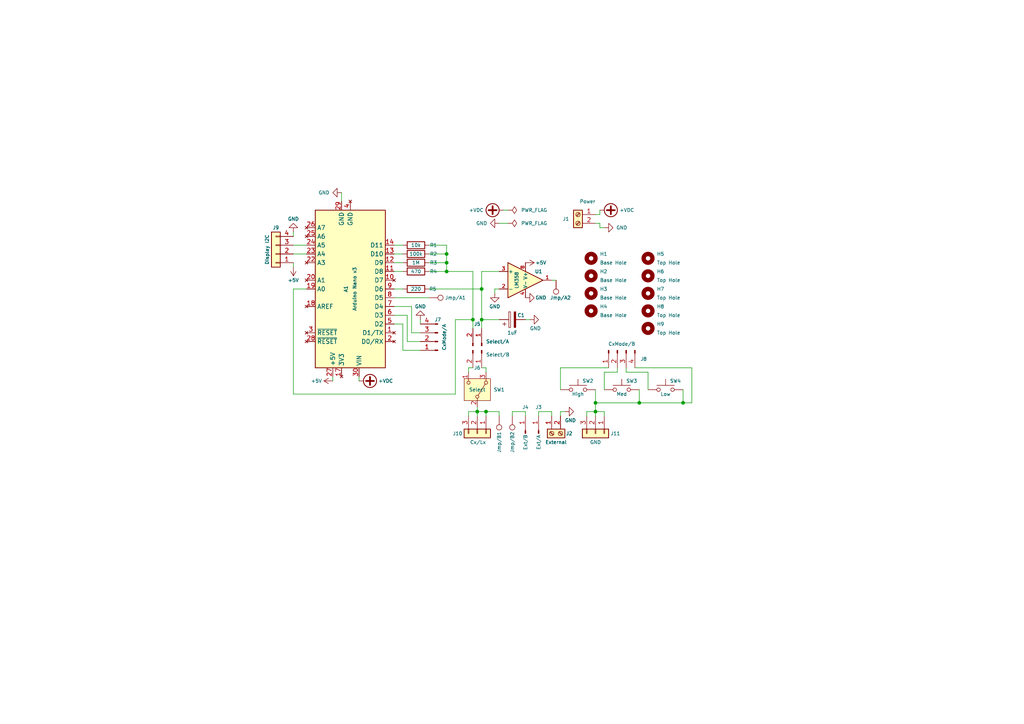
<source format=kicad_sch>
(kicad_sch (version 20230121) (generator eeschema)
  (paper "A4")
  (lib_symbols
    (symbol "+5V_2" (power) (pin_names (offset 0))
      (property "Value" "+5V_2" (at 0 3.556 0))
      (symbol "+5V_2_0_1"
        (polyline (pts (xy -0.762 1.27) (xy 0 2.54)))
        (polyline (pts (xy 0 0) (xy 0 2.54)))
        (polyline (pts (xy 0 2.54) (xy 0.762 1.27)))
      )
      (symbol "+5V_2_1_1"
        (pin power_in line (at 0 0 90) (length 0) hide (name "+5V") (number "1"))
      )
    )
    (symbol "Connector:Conn_01x01_Pin" (pin_names (offset 1.016) hide)
      (property "Reference" "J" (at 0 2.54 0))
      (property "Value" "Conn_01x01_Pin" (at 0 -2.54 0))
      (symbol "Conn_01x01_Pin_1_1"
        (polyline (pts (xy 1.27 0) (xy 0.8636 0)) (stroke (width 0.1524)))
        (rectangle (start 0.8636 0.127) (end 0 -0.127) (stroke (width 0.1524)) (fill (type outline)))
        (pin passive line (at 5.08 0 180) (length 3.81) (name "Pin_1") (number "1"))
      )
    )
    (symbol "Connector:Conn_01x02_Pin" (pin_names (offset 1.016) hide)
      (property "Reference" "J" (at 0 2.54 0))
      (property "Value" "Conn_01x02_Pin" (at 0 -5.08 0))
      (symbol "Conn_01x02_Pin_1_1"
        (polyline (pts (xy 1.27 -2.54) (xy 0.8636 -2.54)) (stroke (width 0.1524)))
        (polyline (pts (xy 1.27 0) (xy 0.8636 0)) (stroke (width 0.1524)))
        (rectangle (start 0.8636 -2.413) (end 0 -2.667) (stroke (width 0.1524)) (fill (type outline)))
        (rectangle (start 0.8636 0.127) (end 0 -0.127) (stroke (width 0.1524)) (fill (type outline)))
        (pin passive line (at 5.08 0 180) (length 3.81) (name "Pin_1") (number "1"))
        (pin passive line (at 5.08 -2.54 180) (length 3.81) (name "Pin_2") (number "2"))
      )
    )
    (symbol "Connector:Conn_01x04_Pin" (pin_names (offset 1.016) hide)
      (property "Reference" "J" (at 0 5.08 0))
      (property "Value" "Conn_01x04_Pin" (at 0 -7.62 0))
      (symbol "Conn_01x04_Pin_1_1"
        (polyline (pts (xy 1.27 -5.08) (xy 0.8636 -5.08)) (stroke (width 0.1524)))
        (polyline (pts (xy 1.27 -2.54) (xy 0.8636 -2.54)) (stroke (width 0.1524)))
        (polyline (pts (xy 1.27 0) (xy 0.8636 0)) (stroke (width 0.1524)))
        (polyline (pts (xy 1.27 2.54) (xy 0.8636 2.54)) (stroke (width 0.1524)))
        (rectangle (start 0.8636 -4.953) (end 0 -5.207) (stroke (width 0.1524)) (fill (type outline)))
        (rectangle (start 0.8636 -2.413) (end 0 -2.667) (stroke (width 0.1524)) (fill (type outline)))
        (rectangle (start 0.8636 0.127) (end 0 -0.127) (stroke (width 0.1524)) (fill (type outline)))
        (rectangle (start 0.8636 2.667) (end 0 2.413) (stroke (width 0.1524)) (fill (type outline)))
        (pin passive line (at 5.08 2.54 180) (length 3.81) (name "Pin_1") (number "1"))
        (pin passive line (at 5.08 0 180) (length 3.81) (name "Pin_2") (number "2"))
        (pin passive line (at 5.08 -2.54 180) (length 3.81) (name "Pin_3") (number "3"))
        (pin passive line (at 5.08 -5.08 180) (length 3.81) (name "Pin_4") (number "4"))
      )
    )
    (symbol "Connector:Screw_Terminal_01x02" (pin_names (offset 1.016) hide)
      (property "Reference" "J" (at 0 2.54 0))
      (property "Value" "Screw_Terminal_01x02" (at 0 -5.08 0))
      (symbol "Screw_Terminal_01x02_1_1"
        (rectangle (start -1.27 1.27) (end 1.27 -3.81) (stroke (width 0.254)) (fill (type background)))
        (circle (center 0 -2.54) (radius 0.635) (stroke (width 0.1524)))
        (polyline (pts (xy -0.5334 -2.2098) (xy 0.3302 -3.048)) (stroke (width 0.1524)))
        (polyline (pts (xy -0.5334 0.3302) (xy 0.3302 -0.508)) (stroke (width 0.1524)))
        (polyline (pts (xy -0.3556 -2.032) (xy 0.508 -2.8702)) (stroke (width 0.1524)))
        (polyline (pts (xy -0.3556 0.508) (xy 0.508 -0.3302)) (stroke (width 0.1524)))
        (circle (center 0 0) (radius 0.635) (stroke (width 0.1524)))
        (pin passive line (at -5.08 0 0) (length 3.81) (name "Pin_1") (number "1"))
        (pin passive line (at -5.08 -2.54 0) (length 3.81) (name "Pin_2") (number "2"))
      )
    )
    (symbol "Connector:TestPoint" (pin_numbers hide) (pin_names (offset 0.762) hide)
      (property "Reference" "TP" (at 0 6.858 0))
      (property "Value" "TestPoint" (at 0 5.08 0))
      (symbol "TestPoint_0_1"
        (circle (center 0 3.302) (radius 0.762))
      )
      (symbol "TestPoint_1_1"
        (pin passive line (at 0 0 90) (length 2.54) (name "1") (number "1"))
      )
    )
    (symbol "Connector_Generic:Conn_01x03" (pin_names (offset 1.016) hide)
      (property "Reference" "J" (at 0 5.08 0))
      (property "Value" "Conn_01x03" (at 0 -5.08 0))
      (symbol "Conn_01x03_1_1"
        (rectangle (start -1.27 -2.413) (end 0 -2.667) (stroke (width 0.1524)))
        (rectangle (start -1.27 0.127) (end 0 -0.127) (stroke (width 0.1524)))
        (rectangle (start -1.27 2.667) (end 0 2.413) (stroke (width 0.1524)))
        (rectangle (start -1.27 3.81) (end 1.27 -3.81) (stroke (width 0.254)) (fill (type background)))
        (pin passive line (at -5.08 2.54 0) (length 3.81) (name "Pin_1") (number "1"))
        (pin passive line (at -5.08 0 0) (length 3.81) (name "Pin_2") (number "2"))
        (pin passive line (at -5.08 -2.54 0) (length 3.81) (name "Pin_3") (number "3"))
      )
    )
    (symbol "Connector_Generic:Conn_01x04" (pin_names (offset 1.016) hide)
      (property "Reference" "J" (at 0 5.08 0))
      (property "Value" "Conn_01x04" (at 0 -7.62 0))
      (symbol "Conn_01x04_1_1"
        (rectangle (start -1.27 -4.953) (end 0 -5.207) (stroke (width 0.1524)))
        (rectangle (start -1.27 -2.413) (end 0 -2.667) (stroke (width 0.1524)))
        (rectangle (start -1.27 0.127) (end 0 -0.127) (stroke (width 0.1524)))
        (rectangle (start -1.27 2.667) (end 0 2.413) (stroke (width 0.1524)))
        (rectangle (start -1.27 3.81) (end 1.27 -6.35) (stroke (width 0.254)) (fill (type background)))
        (pin passive line (at -5.08 2.54 0) (length 3.81) (name "Pin_1") (number "1"))
        (pin passive line (at -5.08 0 0) (length 3.81) (name "Pin_2") (number "2"))
        (pin passive line (at -5.08 -2.54 0) (length 3.81) (name "Pin_3") (number "3"))
        (pin passive line (at -5.08 -5.08 0) (length 3.81) (name "Pin_4") (number "4"))
      )
    )
    (symbol "Custom:LM358_SingleUnit" (pin_names (offset 0.127))
      (property "Reference" "U" (at 2.54 3.81 0))
      (property "Value" "LM358" (at 2.54 -3.81 0))
      (symbol "LM358_SingleUnit_1_1"
        (polyline (pts (xy -5.08 5.08) (xy 5.08 0) (xy -5.08 -5.08) (xy -5.08 5.08)) (stroke (width 0.254)) (fill (type background)))
        (pin output line (at 7.62 0 180) (length 2.54) (name "~") (number "1"))
        (pin input line (at -7.62 -2.54 0) (length 2.54) (name "-") (number "2"))
        (pin input line (at -7.62 2.54 0) (length 2.54) (name "+") (number "3"))
        (pin power_in line (at 0 -5.08 90) (length 2.54) (name "V-") (number "4"))
        (pin power_in line (at 0 5.08 270) (length 2.54) (name "V+") (number "8"))
      )
    )
    (symbol "Device:C_Polarized" (pin_numbers hide) (pin_names (offset 0.254))
      (property "Reference" "C" (at 0.635 2.54 0))
      (property "Value" "C_Polarized" (at 0.635 -2.54 0))
      (symbol "C_Polarized_0_1"
        (rectangle (start -2.286 0.508) (end 2.286 1.016))
        (polyline (pts (xy -1.778 2.286) (xy -0.762 2.286)))
        (polyline (pts (xy -1.27 2.794) (xy -1.27 1.778)))
        (rectangle (start 2.286 -0.508) (end -2.286 -1.016) (fill (type outline)))
      )
      (symbol "C_Polarized_1_1"
        (pin passive line (at 0 3.81 270) (length 2.794) (name "~") (number "1"))
        (pin passive line (at 0 -3.81 90) (length 2.794) (name "~") (number "2"))
      )
    )
    (symbol "Device:R" (pin_numbers hide) (pin_names (offset 0))
      (property "Reference" "R" (at 2.032 0 90))
      (property "Value" "R" (at 0 0 90))
      (symbol "R_0_1"
        (rectangle (start -1.016 -2.54) (end 1.016 2.54) (stroke (width 0.254)))
      )
      (symbol "R_1_1"
        (pin passive line (at 0 3.81 270) (length 1.27) (name "~") (number "1"))
        (pin passive line (at 0 -3.81 90) (length 1.27) (name "~") (number "2"))
      )
    )
    (symbol "GND_1" (power) (pin_names (offset 0))
      (property "Value" "GND_1" (at 0 -3.81 0))
      (symbol "GND_1_0_1"
        (polyline (pts (xy 0 0) (xy 0 -1.27) (xy 1.27 -1.27) (xy 0 -2.54) (xy -1.27 -1.27) (xy 0 -1.27)))
      )
      (symbol "GND_1_1_1"
        (pin power_in line (at 0 0 270) (length 0) hide (name "GND") (number "1"))
      )
    )
    (symbol "GND_3" (power) (pin_names (offset 0))
      (property "Value" "GND_3" (at 0 -3.81 0))
      (symbol "GND_3_0_1"
        (polyline (pts (xy 0 0) (xy 0 -1.27) (xy 1.27 -1.27) (xy 0 -2.54) (xy -1.27 -1.27) (xy 0 -1.27)))
      )
      (symbol "GND_3_1_1"
        (pin power_in line (at 0 0 270) (length 0) hide (name "GND") (number "1"))
      )
    )
    (symbol "GND_4" (power) (pin_names (offset 0))
      (property "Value" "GND_4" (at 0 -3.81 0))
      (symbol "GND_4_0_1"
        (polyline (pts (xy 0 0) (xy 0 -1.27) (xy 1.27 -1.27) (xy 0 -2.54) (xy -1.27 -1.27) (xy 0 -1.27)))
      )
      (symbol "GND_4_1_1"
        (pin power_in line (at 0 0 270) (length 0) hide (name "GND") (number "1"))
      )
    )
    (symbol "MCU_Module:Arduino_Nano_v3.x"
      (property "Reference" "A1" (at 1.27 0 90))
      (property "Value" "Arduino Nano v3" (at -1.27 0 90))
      (symbol "Arduino_Nano_v3.x_0_1"
        (rectangle (start -10.16 22.86) (end 10.16 -22.86) (stroke (width 0.254)) (fill (type background)))
      )
      (symbol "Arduino_Nano_v3.x_1_1"
        (pin no_connect line (at -12.7 12.7 0) (length 2.54) (name "D1/TX") (number "1"))
        (pin no_connect line (at -12.7 -2.54 0) (length 2.54) (name "D7") (number "10"))
        (pin bidirectional line (at -12.7 -5.08 0) (length 2.54) (name "D8") (number "11"))
        (pin bidirectional line (at -12.7 -7.62 0) (length 2.54) (name "D9") (number "12"))
        (pin bidirectional line (at -12.7 -10.16 0) (length 2.54) (name "D10") (number "13"))
        (pin bidirectional line (at -12.7 -12.7 0) (length 2.54) (name "D11") (number "14"))
        (pin no_connect line (at 2.54 25.4 270) (length 2.54) (name "3V3") (number "17"))
        (pin no_connect line (at 12.7 5.08 180) (length 2.54) (name "AREF") (number "18"))
        (pin bidirectional line (at 12.7 0 180) (length 2.54) (name "A0") (number "19"))
        (pin no_connect line (at -12.7 15.24 0) (length 2.54) (name "D0/RX") (number "2"))
        (pin no_connect line (at 12.7 -2.54 180) (length 2.54) (name "A1") (number "20"))
        (pin no_connect line (at 12.7 -7.62 180) (length 2.54) (name "A3") (number "22"))
        (pin bidirectional line (at 12.7 -10.16 180) (length 2.54) (name "A4") (number "23"))
        (pin bidirectional line (at 12.7 -12.7 180) (length 2.54) (name "A5") (number "24"))
        (pin no_connect line (at 12.7 -15.24 180) (length 2.54) (name "A6") (number "25"))
        (pin no_connect line (at 12.7 -17.78 180) (length 2.54) (name "A7") (number "26"))
        (pin power_out line (at 5.08 25.4 270) (length 2.54) (name "+5V") (number "27"))
        (pin no_connect line (at 12.7 15.24 180) (length 2.54) (name "~{RESET}") (number "28"))
        (pin power_in line (at 2.54 -25.4 90) (length 2.54) (name "GND") (number "29"))
        (pin no_connect line (at 12.7 12.7 180) (length 2.54) (name "~{RESET}") (number "3"))
        (pin power_in line (at -2.54 25.4 270) (length 2.54) (name "VIN") (number "30"))
        (pin no_connect line (at 0 -25.4 90) (length 2.54) (name "GND") (number "4"))
        (pin bidirectional line (at -12.7 10.16 0) (length 2.54) (name "D2") (number "5"))
        (pin bidirectional line (at -12.7 7.62 0) (length 2.54) (name "D3") (number "6"))
        (pin bidirectional line (at -12.7 5.08 0) (length 2.54) (name "D4") (number "7"))
        (pin bidirectional line (at -12.7 2.54 0) (length 2.54) (name "D5") (number "8"))
        (pin bidirectional line (at -12.7 0 0) (length 2.54) (name "D6") (number "9"))
      )
    )
    (symbol "Mechanical:MountingHole" (pin_names (offset 1.016))
      (property "Reference" "H" (at 0 5.08 0))
      (property "Value" "MountingHole" (at 0 3.175 0))
      (symbol "MountingHole_0_1"
        (circle (center 0 0) (radius 1.27) (stroke (width 1.27)))
      )
    )
    (symbol "PWR_FLAG_1" (power) (pin_numbers hide) (pin_names (offset 0) hide)
      (property "Value" "PWR_FLAG_1" (at 0 3.81 0))
      (symbol "PWR_FLAG_1_0_0"
        (pin power_out line (at 0 0 90) (length 0) (name "pwr") (number "1"))
      )
      (symbol "PWR_FLAG_1_0_1"
        (polyline (pts (xy 0 0) (xy 0 1.27) (xy -1.016 1.905) (xy 0 2.54) (xy 1.016 1.905) (xy 0 1.27)))
      )
    )
    (symbol "Switch:SW_Push" (pin_numbers hide) (pin_names (offset 1.016) hide)
      (property "Reference" "SW" (at 1.27 2.54 0))
      (property "Value" "SW_Push" (at 0 -1.524 0))
      (symbol "SW_Push_0_1"
        (circle (center -2.032 0) (radius 0.508))
        (polyline (pts (xy 0 1.27) (xy 0 3.048)))
        (polyline (pts (xy 2.54 1.27) (xy -2.54 1.27)))
        (circle (center 2.032 0) (radius 0.508))
        (pin passive line (at -5.08 0 0) (length 2.54) (name "1") (number "1"))
        (pin passive line (at 5.08 0 180) (length 2.54) (name "2") (number "2"))
      )
    )
    (symbol "Switch:SW_SPDT_321" (pin_names (offset 1) hide)
      (property "Reference" "SW" (at 0 5.08 0))
      (property "Value" "SW_SPDT_321" (at 0 -5.08 0))
      (symbol "SW_SPDT_321_0_1"
        (circle (center -2.032 0) (radius 0.4572))
        (polyline (pts (xy -1.651 0.254) (xy 1.651 2.286)))
        (circle (center 2.032 -2.54) (radius 0.4572))
        (circle (center 2.032 2.54) (radius 0.4572))
      )
      (symbol "SW_SPDT_321_1_1"
        (rectangle (start -3.175 3.81) (end 3.175 -3.81) (fill (type background)))
        (pin passive line (at 5.08 -2.54 180) (length 2.54) (name "C") (number "1"))
        (pin passive line (at -5.08 0 0) (length 2.54) (name "B") (number "2"))
        (pin passive line (at 5.08 2.54 180) (length 2.54) (name "A") (number "3"))
      )
    )
    (symbol "power:+5V" (power) (pin_names (offset 0))
      (property "Value" "+5V" (at 0 3.556 0))
      (symbol "+5V_0_1"
        (polyline (pts (xy -0.762 1.27) (xy 0 2.54)))
        (polyline (pts (xy 0 0) (xy 0 2.54)))
        (polyline (pts (xy 0 2.54) (xy 0.762 1.27)))
      )
      (symbol "+5V_1_1"
        (pin power_in line (at 0 0 90) (length 0) hide (name "+5V") (number "1"))
      )
    )
    (symbol "power:+VDC" (power) (pin_names (offset 0))
      (property "Value" "+VDC" (at 0 6.35 0))
      (symbol "+VDC_0_1"
        (polyline (pts (xy -1.143 3.175) (xy 1.143 3.175)) (stroke (width 0.508)))
        (polyline (pts (xy 0 0) (xy 0 1.27)))
        (polyline (pts (xy 0 2.032) (xy 0 4.318)) (stroke (width 0.508)))
        (circle (center 0 3.175) (radius 1.905) (stroke (width 0.254)))
      )
      (symbol "+VDC_1_1"
        (pin power_in line (at 0 0 90) (length 0) hide (name "+VDC") (number "1"))
      )
    )
    (symbol "power:GND" (power) (pin_names (offset 0))
      (property "Value" "GND" (at 0 -3.81 0))
      (symbol "GND_0_1"
        (polyline (pts (xy 0 0) (xy 0 -1.27) (xy 1.27 -1.27) (xy 0 -2.54) (xy -1.27 -1.27) (xy 0 -1.27)))
      )
      (symbol "GND_1_1"
        (pin power_in line (at 0 0 270) (length 0) hide (name "GND") (number "1"))
      )
    )
    (symbol "power:PWR_FLAG" (power) (pin_numbers hide) (pin_names (offset 0) hide)
      (property "Value" "PWR_FLAG" (at 0 3.81 0))
      (symbol "PWR_FLAG_0_0"
        (pin power_out line (at 0 0 90) (length 0) (name "pwr") (number "1"))
      )
      (symbol "PWR_FLAG_0_1"
        (polyline (pts (xy 0 0) (xy 0 1.27) (xy -1.016 1.905) (xy 0 2.54) (xy 1.016 1.905) (xy 0 1.27)))
      )
    )
  )
  (junction (at 129.54 73.66))
  (junction (at 139.7 83.82))
  (junction (at 172.72 116.84))
  (junction (at 139.7 92.71))
  (junction (at 129.54 76.2))
  (junction (at 129.54 78.74))
  (junction (at 140.97 119.38))
  (junction (at 172.72 119.38))
  (junction (at 198.12 116.84))
  (junction (at 137.16 92.71))
  (junction (at 138.43 119.38))
  (junction (at 185.42 116.84))
  (wire (pts (xy 116.84 93.98) (xy 116.84 101.6)))
  (wire (pts (xy 140.97 106.68) (xy 140.97 107.95)))
  (wire (pts (xy 96.52 110.49) (xy 96.52 109.22)))
  (wire (pts (xy 152.4 119.38) (xy 152.4 120.65)))
  (wire (pts (xy 140.97 119.38) (xy 140.97 120.65)))
  (wire (pts (xy 143.51 83.82) (xy 144.78 83.82)))
  (wire (pts (xy 129.54 73.66) (xy 129.54 76.2)))
  (wire (pts (xy 121.92 96.52) (xy 119.38 96.52)))
  (wire (pts (xy 172.72 119.38) (xy 170.18 119.38)))
  (wire (pts (xy 175.26 107.95) (xy 175.26 113.03)))
  (wire (pts (xy 175.26 66.04) (xy 173.99 66.04)))
  (wire (pts (xy 147.32 60.96) (xy 146.05 60.96)))
  (wire (pts (xy 139.7 92.71) (xy 139.7 95.25)))
  (wire (pts (xy 118.11 99.06) (xy 121.92 99.06)))
  (wire (pts (xy 172.72 119.38) (xy 175.26 119.38)))
  (wire (pts (xy 137.16 92.71) (xy 137.16 95.25)))
  (wire (pts (xy 172.72 113.03) (xy 172.72 116.84)))
  (wire (pts (xy 85.09 83.82) (xy 85.09 114.3)))
  (wire (pts (xy 162.56 106.68) (xy 162.56 113.03)))
  (wire (pts (xy 119.38 88.9) (xy 119.38 96.52)))
  (wire (pts (xy 114.3 73.66) (xy 116.84 73.66)))
  (wire (pts (xy 85.09 73.66) (xy 88.9 73.66)))
  (wire (pts (xy 176.53 106.68) (xy 162.56 106.68)))
  (wire (pts (xy 200.66 116.84) (xy 200.66 106.68)))
  (wire (pts (xy 172.72 116.84) (xy 185.42 116.84)))
  (wire (pts (xy 85.09 114.3) (xy 132.08 114.3)))
  (wire (pts (xy 114.3 86.36) (xy 124.46 86.36)))
  (wire (pts (xy 143.51 83.82) (xy 143.51 85.09)))
  (wire (pts (xy 135.89 119.38) (xy 135.89 120.65)))
  (wire (pts (xy 114.3 76.2) (xy 116.84 76.2)))
  (wire (pts (xy 118.11 91.44) (xy 118.11 99.06)))
  (wire (pts (xy 129.54 78.74) (xy 137.16 78.74)))
  (wire (pts (xy 132.08 114.3) (xy 132.08 92.71)))
  (wire (pts (xy 85.09 83.82) (xy 88.9 83.82)))
  (wire (pts (xy 135.89 119.38) (xy 138.43 119.38)))
  (wire (pts (xy 172.72 116.84) (xy 172.72 119.38)))
  (wire (pts (xy 161.29 81.28) (xy 160.02 81.28)))
  (wire (pts (xy 148.59 119.38) (xy 152.4 119.38)))
  (wire (pts (xy 181.61 107.95) (xy 187.96 107.95)))
  (wire (pts (xy 139.7 78.74) (xy 144.78 78.74)))
  (wire (pts (xy 85.09 67.31) (xy 85.09 68.58)))
  (wire (pts (xy 116.84 93.98) (xy 114.3 93.98)))
  (wire (pts (xy 148.59 120.65) (xy 148.59 119.38)))
  (wire (pts (xy 124.46 76.2) (xy 129.54 76.2)))
  (wire (pts (xy 139.7 78.74) (xy 139.7 83.82)))
  (wire (pts (xy 129.54 76.2) (xy 129.54 78.74)))
  (wire (pts (xy 137.16 78.74) (xy 137.16 92.71)))
  (wire (pts (xy 170.18 119.38) (xy 170.18 120.65)))
  (wire (pts (xy 135.89 106.68) (xy 137.16 106.68)))
  (wire (pts (xy 179.07 107.95) (xy 175.26 107.95)))
  (wire (pts (xy 99.06 55.88) (xy 99.06 58.42)))
  (wire (pts (xy 124.46 73.66) (xy 129.54 73.66)))
  (wire (pts (xy 114.3 71.12) (xy 116.84 71.12)))
  (wire (pts (xy 175.26 119.38) (xy 175.26 120.65)))
  (wire (pts (xy 114.3 91.44) (xy 118.11 91.44)))
  (wire (pts (xy 198.12 116.84) (xy 200.66 116.84)))
  (wire (pts (xy 140.97 119.38) (xy 138.43 119.38)))
  (wire (pts (xy 162.56 119.38) (xy 163.83 119.38)))
  (wire (pts (xy 139.7 92.71) (xy 144.78 92.71)))
  (wire (pts (xy 114.3 83.82) (xy 116.84 83.82)))
  (wire (pts (xy 162.56 120.65) (xy 162.56 119.38)))
  (wire (pts (xy 173.99 62.23) (xy 173.99 60.96)))
  (wire (pts (xy 173.99 64.77) (xy 173.99 66.04)))
  (wire (pts (xy 124.46 71.12) (xy 129.54 71.12)))
  (wire (pts (xy 114.3 88.9) (xy 119.38 88.9)))
  (wire (pts (xy 172.72 62.23) (xy 173.99 62.23)))
  (wire (pts (xy 185.42 113.03) (xy 185.42 116.84)))
  (wire (pts (xy 160.02 120.65) (xy 160.02 119.38)))
  (wire (pts (xy 114.3 78.74) (xy 116.84 78.74)))
  (wire (pts (xy 135.89 106.68) (xy 135.89 107.95)))
  (wire (pts (xy 147.32 64.77) (xy 144.78 64.77)))
  (wire (pts (xy 104.14 110.49) (xy 104.14 109.22)))
  (wire (pts (xy 156.21 120.65) (xy 156.21 119.38)))
  (wire (pts (xy 184.15 106.68) (xy 200.66 106.68)))
  (wire (pts (xy 198.12 113.03) (xy 198.12 116.84)))
  (wire (pts (xy 121.92 92.71) (xy 121.92 93.98)))
  (wire (pts (xy 116.84 101.6) (xy 121.92 101.6)))
  (wire (pts (xy 139.7 83.82) (xy 139.7 92.71)))
  (wire (pts (xy 185.42 116.84) (xy 198.12 116.84)))
  (wire (pts (xy 124.46 78.74) (xy 129.54 78.74)))
  (wire (pts (xy 144.78 119.38) (xy 144.78 120.65)))
  (wire (pts (xy 139.7 106.68) (xy 140.97 106.68)))
  (wire (pts (xy 85.09 71.12) (xy 88.9 71.12)))
  (wire (pts (xy 140.97 119.38) (xy 144.78 119.38)))
  (wire (pts (xy 181.61 106.68) (xy 181.61 107.95)))
  (wire (pts (xy 124.46 83.82) (xy 139.7 83.82)))
  (wire (pts (xy 172.72 64.77) (xy 173.99 64.77)))
  (wire (pts (xy 152.4 92.71) (xy 153.67 92.71)))
  (wire (pts (xy 138.43 119.38) (xy 138.43 118.11)))
  (wire (pts (xy 138.43 119.38) (xy 138.43 120.65)))
  (wire (pts (xy 129.54 71.12) (xy 129.54 73.66)))
  (wire (pts (xy 187.96 107.95) (xy 187.96 113.03)))
  (wire (pts (xy 132.08 92.71) (xy 137.16 92.71)))
  (wire (pts (xy 172.72 119.38) (xy 172.72 120.65)))
  (wire (pts (xy 85.09 77.47) (xy 85.09 76.2)))
  (wire (pts (xy 179.07 106.68) (xy 179.07 107.95)))
  (wire (pts (xy 156.21 119.38) (xy 160.02 119.38)))
  (symbol (lib_id "Connector:TestPoint") (at 144.78 120.65 180) (unit 1)
    (property "Reference" "Jmp/B1" (at 144.78 128.27 90) (effects (font (size 1 1))))
    (property "Value" "Bridge" (effects hide))
    (property "Footprint" "TestPoint:TestPoint_THTPad_D2.0mm_Drill1.0mm" (effects hide))
  )
  (symbol (lib_id "power:+5V") (at 85.09 77.47 0) (mirror x) (unit 1)
    (property "Reference" "#PWR03" (effects hide))
    (property "Value" "+5V" (at 85.09 81.28 0) (effects (font (size 1 1))))
  )
  (symbol (lib_id "Connector_Generic:Conn_01x04") (at 80.01 73.66 180) (unit 1)
    (property "Reference" "J9" (at 80.01 66.04 0) (effects (font (size 1 1))))
    (property "Value" "Display I2C" (at 77.47 72.39 90) (effects (font (size 1 1))))
    (property "Footprint" "Connector_PinSocket_2.54mm:PinSocket_1x04_P2.54mm_Vertical" (effects hide))
  )
  (symbol (lib_name "GND_4") (lib_id "power:GND") (at 99.06 55.88 270) (unit 1)
    (property "Reference" "#PWR07" (effects hide))
    (property "Value" "GND" (at 93.98 55.88 90) (effects (font (size 1 1))))
  )
  (symbol (lib_id "Connector:TestPoint") (at 161.29 81.28 180) (unit 1)
    (property "Reference" "Jmp/A2" (at 162.56 86.36 0) (effects (font (size 1 1))))
    (property "Value" "Bridge" (effects hide))
    (property "Footprint" "TestPoint:TestPoint_THTPad_D2.0mm_Drill1.0mm" (effects hide))
  )
  (symbol (lib_name "GND_1") (lib_id "power:GND") (at 153.67 92.71 90) (unit 1)
    (property "Reference" "#PWR05" (effects hide))
    (property "Value" "GND" (at 153.67 95.25 90) (effects (font (size 1 1)) (justify right)))
  )
  (symbol (lib_id "Mechanical:MountingHole") (at 171.45 74.93 0) (unit 1)
    (property "Reference" "H1" (at 173.99 73.6599 0) (effects (font (size 1 1)) (justify left)))
    (property "Value" "Base Hole" (at 173.99 76.1999 0) (effects (font (size 1 1)) (justify left)))
    (property "Footprint" "MountingHole:MountingHole_2.5mm" (effects hide))
  )
  (symbol (lib_id "Switch:SW_Push") (at 193.04 113.03 0) (unit 1)
    (property "Reference" "SW4" (at 194.31 110.49 0) (effects (font (size 1 1)) (justify left)))
    (property "Value" "Low" (at 193.04 114.3 0) (effects (font (size 1 1))))
    (property "Footprint" "Button_Switch_THT:SW_PUSH_6mm_H7.3mm" (effects hide))
  )
  (symbol (lib_id "Custom:LM358_SingleUnit") (at 152.4 81.28 0) (unit 1)
    (property "Reference" "U1" (at 156.21 78.74 0) (effects (font (size 1 1))))
    (property "Value" "LM358" (at 149.86 81.28 90) (effects (font (size 1 1))))
    (property "Footprint" "Package_DIP:DIP-8_W10.16mm" (effects hide))
    (property "Datasheet" "http://www.ti.com/lit/ds/symlink/lm2904-n.pdf" (effects hide))
  )
  (symbol (lib_id "Device:C_Polarized") (at 148.59 92.71 90) (unit 1)
    (property "Reference" "C1" (at 151.13 91.44 90) (effects (font (size 1 1))))
    (property "Value" "1uF" (at 148.59 96.52 90) (effects (font (size 1 1))))
    (property "Footprint" "Capacitor_THT:CP_Radial_D5.0mm_P2.50mm" (effects hide))
  )
  (symbol (lib_id "Connector:TestPoint") (at 148.59 120.65 180) (unit 1)
    (property "Reference" "Jmp/B2" (at 148.59 128.27 90) (effects (font (size 1 1))))
    (property "Value" "Bridge" (effects hide))
    (property "Footprint" "TestPoint:TestPoint_THTPad_D2.0mm_Drill1.0mm" (effects hide))
  )
  (symbol (lib_id "Connector:Conn_01x04_Pin") (at 179.07 101.6 90) (mirror x) (unit 1)
    (property "Reference" "J8" (at 186.69 104.14 90) (effects (font (size 1 1))))
    (property "Value" "CxMode/B" (at 180.34 100.33 90) (effects (font (size 1 1)) (justify bottom)))
    (property "Footprint" "Connector_PinHeader_2.54mm:PinHeader_1x04_P2.54mm_Horizontal" (effects hide))
  )
  (symbol (lib_id "Mechanical:MountingHole") (at 187.96 90.17 0) (unit 1)
    (property "Reference" "H8" (at 190.5 88.8999 0) (effects (font (size 1 1)) (justify left)))
    (property "Value" "Top Hole" (at 190.5 91.4399 0) (effects (font (size 1 1)) (justify left)))
    (property "Footprint" "MountingHole:MountingHole_2.5mm" (effects hide))
  )
  (symbol (lib_id "power:+VDC") (at 104.14 110.49 270) (unit 1)
    (property "Reference" "#PWR017" (effects hide))
    (property "Value" "+VDC" (at 109.73 110.49 90) (effects (font (size 1 1)) (justify left)))
  )
  (symbol (lib_name "GND_1") (lib_id "power:GND") (at 163.83 119.38 90) (unit 1)
    (property "Reference" "#PWR011" (effects hide))
    (property "Value" "GND" (at 163.83 121.92 90) (effects (font (size 1 1)) (justify right)))
  )
  (symbol (lib_id "power:GND") (at 175.26 66.04 90) (unit 1)
    (property "Reference" "#PWR02" (effects hide))
    (property "Value" "GND" (at 180.34 66.04 90) (effects (font (size 1 1))))
  )
  (symbol (lib_id "Device:R") (at 120.65 83.82 270) (unit 1)
    (property "Reference" "R5" (at 124.46 83.82 90) (effects (font (size 1 1)) (justify left)))
    (property "Value" "220" (at 120.65 83.82 90) (effects (font (size 1 1))))
    (property "Footprint" "Resistor_THT:R_Axial_DIN0207_L6.3mm_D2.5mm_P10.16mm_Horizontal" (effects hide))
  )
  (symbol (lib_id "Mechanical:MountingHole") (at 187.96 95.25 0) (unit 1)
    (property "Reference" "H9" (at 190.5 93.9799 0) (effects (font (size 1 1)) (justify left)))
    (property "Value" "Top Hole" (at 190.5 96.5199 0) (effects (font (size 1 1)) (justify left)))
    (property "Footprint" "MountingHole:MountingHole_2.5mm" (effects hide))
  )
  (symbol (lib_name "GND_4") (lib_id "power:GND") (at 85.09 67.31 0) (mirror x) (unit 1)
    (property "Reference" "#PWR01" (effects hide))
    (property "Value" "GND" (at 85.09 63.5 0) (effects (font (size 1 1))))
  )
  (symbol (lib_id "Mechanical:MountingHole") (at 171.45 80.01 0) (unit 1)
    (property "Reference" "H2" (at 173.99 78.7399 0) (effects (font (size 1 1)) (justify left)))
    (property "Value" "Base Hole" (at 173.99 81.2799 0) (effects (font (size 1 1)) (justify left)))
    (property "Footprint" "MountingHole:MountingHole_2.5mm" (effects hide))
  )
  (symbol (lib_id "Switch:SW_SPDT_321") (at 138.43 113.03 270) (mirror x) (unit 1)
    (property "Reference" "SW1" (at 144.78 113.03 90) (effects (font (size 1 1))))
    (property "Value" "Select" (at 138.43 113.03 90) (effects (font (size 1 1))))
    (property "Footprint" "Button_Switch_THT:SW_CuK_OS102011MA1QN1_SPDT_Angled" (effects hide))
  )
  (symbol (lib_name "PWR_FLAG_1") (lib_id "power:PWR_FLAG") (at 147.32 60.96 270) (unit 1)
    (property "Reference" "#FLG01" (effects hide))
    (property "Value" "PWR_FLAG" (at 151.13 60.96 90) (effects (font (size 1 1)) (justify left)))
  )
  (symbol (lib_id "Connector:Screw_Terminal_01x02") (at 167.64 62.23 0) (mirror y) (unit 1)
    (property "Reference" "J1" (at 165.1 63.5 0) (effects (font (size 1 1)) (justify left)))
    (property "Value" "Power" (at 172.72 58.42 0) (effects (font (size 1 1)) (justify left)))
    (property "Footprint" "TerminalBlock:TerminalBlock_bornier-2_P5.08mm" (effects hide))
  )
  (symbol (lib_id "Connector:Conn_01x02_Pin") (at 139.7 100.33 270) (mirror x) (unit 1)
    (property "Reference" "J5" (at 138.43 93.98 90) (effects (font (size 1 1))))
    (property "Value" "Select/A" (at 140.97 99.06 90) (effects (font (size 1 1)) (justify left)))
    (property "Footprint" "Connector_PinHeader_2.54mm:PinHeader_1x02_P2.54mm_Horizontal" (effects hide))
  )
  (symbol (lib_id "Connector_Generic:Conn_01x03") (at 172.72 125.73 270) (unit 1)
    (property "Reference" "J11" (at 178.5 125.73 90) (effects (font (size 1 1))))
    (property "Value" "GND" (at 172.72 128.27 90) (effects (font (size 1 1))))
    (property "Footprint" "Connector_PinSocket_2.54mm:PinSocket_1x03_P2.54mm_Vertical" (effects hide))
  )
  (symbol (lib_id "Device:R") (at 120.65 71.12 270) (unit 1)
    (property "Reference" "R1" (at 125.73 71.12 90) (effects (font (size 1 1))))
    (property "Value" "10k" (at 120.65 71.12 90) (effects (font (size 1 1))))
    (property "Footprint" "Resistor_THT:R_Axial_DIN0207_L6.3mm_D2.5mm_P10.16mm_Horizontal" (effects hide))
  )
  (symbol (lib_id "Connector:Conn_01x01_Pin") (at 152.4 125.73 270) (mirror x) (unit 1)
    (property "Reference" "J4" (at 152.4 118.11 90) (effects (font (size 1 1))))
    (property "Value" "Ext/B" (at 152.4 128.27 0) (effects (font (size 1 1))))
    (property "Footprint" "Connector_PinHeader_2.54mm:PinHeader_1x01_P2.54mm_Horizontal" (effects hide))
  )
  (symbol (lib_id "Connector:Conn_01x04_Pin") (at 127 99.06 180) (unit 1)
    (property "Reference" "J7" (at 127 92.71 0) (effects (font (size 1 1))))
    (property "Value" "CxMode/A" (at 128.27 97.79 90) (effects (font (size 1 1)) (justify bottom)))
    (property "Footprint" "Connector_PinHeader_2.54mm:PinHeader_1x04_P2.54mm_Horizontal" (effects hide))
  )
  (symbol (lib_name "GND_1") (lib_id "power:GND") (at 152.4 86.36 90) (unit 1)
    (property "Reference" "#PWR09" (effects hide))
    (property "Value" "GND" (at 155.27 86.36 90) (effects (font (size 1 1)) (justify right)))
  )
  (symbol (lib_id "Device:R") (at 120.65 73.66 270) (unit 1)
    (property "Reference" "R2" (at 125.73 73.66 90) (effects (font (size 1 1))))
    (property "Value" "100k" (at 120.65 73.66 90) (effects (font (size 1 1))))
    (property "Footprint" "Resistor_THT:R_Axial_DIN0207_L6.3mm_D2.5mm_P10.16mm_Horizontal" (effects hide))
  )
  (symbol (lib_id "Switch:SW_Push") (at 180.34 113.03 0) (unit 1)
    (property "Reference" "SW3" (at 181.61 110.49 0) (effects (font (size 1 1)) (justify left)))
    (property "Value" "Med" (at 180.34 114.3 0) (effects (font (size 1 1))))
    (property "Footprint" "Button_Switch_THT:SW_PUSH_6mm_H7.3mm" (effects hide))
  )
  (symbol (lib_id "power:+VDC") (at 173.99 60.96 270) (unit 1)
    (property "Reference" "#PWR015" (effects hide))
    (property "Value" "+VDC" (at 179.67 60.96 90) (effects (font (size 1 1)) (justify left)))
  )
  (symbol (lib_id "Mechanical:MountingHole") (at 171.45 90.17 0) (unit 1)
    (property "Reference" "H4" (at 173.99 88.8999 0) (effects (font (size 1 1)) (justify left)))
    (property "Value" "Base Hole" (at 173.99 91.4399 0) (effects (font (size 1 1)) (justify left)))
    (property "Footprint" "MountingHole:MountingHole_2.5mm" (effects hide))
  )
  (symbol (lib_id "power:+VDC") (at 146.05 60.96 90) (unit 1)
    (property "Reference" "#PWR018" (effects hide))
    (property "Value" "+VDC" (at 140.27 60.96 90) (effects (font (size 1 1)) (justify left)))
  )
  (symbol (lib_id "Mechanical:MountingHole") (at 187.96 85.09 0) (unit 1)
    (property "Reference" "H7" (at 190.5 83.8199 0) (effects (font (size 1 1)) (justify left)))
    (property "Value" "Top Hole" (at 190.5 86.3599 0) (effects (font (size 1 1)) (justify left)))
    (property "Footprint" "MountingHole:MountingHole_2.5mm" (effects hide))
  )
  (symbol (lib_id "Connector:Conn_01x01_Pin") (at 156.21 125.73 270) (mirror x) (unit 1)
    (property "Reference" "J3" (at 156.21 118.11 90) (effects (font (size 1 1))))
    (property "Value" "Ext/A" (at 156.21 128.27 0) (effects (font (size 1 1))))
    (property "Footprint" "Connector_PinHeader_2.54mm:PinHeader_1x01_P2.54mm_Horizontal" (effects hide))
  )
  (symbol (lib_id "power:GND") (at 121.92 92.71 180) (unit 1)
    (property "Reference" "#PWR08" (effects hide))
    (property "Value" "GND" (at 121.92 88.9 0) (effects (font (size 1 1))))
  )
  (symbol (lib_id "MCU_Module:Arduino_Nano_v3.x") (at 101.6 83.82 180) (unit 1)
    (property "Reference" "A1" (at 100.33 83.82 90) (effects (font (size 1 1))))
    (property "Value" "Arduino Nano v3" (at 102.87 83.82 90) (effects (font (size 1 1))))
    (property "Footprint" "Module:Arduino_Nano" (effects hide))
    (property "Datasheet" "http://www.mouser.com/pdfdocs/Gravitech_Arduino_Nano3_0.pdf" (effects hide))
  )
  (symbol (lib_id "Mechanical:MountingHole") (at 187.96 80.01 0) (unit 1)
    (property "Reference" "H6" (at 190.5 78.7399 0) (effects (font (size 1 1)) (justify left)))
    (property "Value" "Top Hole" (at 190.5 81.2799 0) (effects (font (size 1 1)) (justify left)))
    (property "Footprint" "MountingHole:MountingHole_2.5mm" (effects hide))
  )
  (symbol (lib_id "Mechanical:MountingHole") (at 171.45 85.09 0) (unit 1)
    (property "Reference" "H3" (at 173.99 83.8199 0) (effects (font (size 1 1)) (justify left)))
    (property "Value" "Base Hole" (at 173.99 86.3599 0) (effects (font (size 1 1)) (justify left)))
    (property "Footprint" "MountingHole:MountingHole_2.5mm" (effects hide))
  )
  (symbol (lib_id "Mechanical:MountingHole") (at 187.96 74.93 0) (unit 1)
    (property "Reference" "H5" (at 190.5 73.6599 0) (effects (font (size 1 1)) (justify left)))
    (property "Value" "Top Hole" (at 190.5 76.1999 0) (effects (font (size 1 1)) (justify left)))
    (property "Footprint" "MountingHole:MountingHole_2.5mm" (effects hide))
  )
  (symbol (lib_id "Connector:TestPoint") (at 124.46 86.36 270) (unit 1)
    (property "Reference" "Jmp/A1" (at 132.08 86.36 90) (effects (font (size 1 1))))
    (property "Value" "Bridge" (effects hide))
    (property "Footprint" "TestPoint:TestPoint_THTPad_D2.0mm_Drill1.0mm" (effects hide))
  )
  (symbol (lib_id "Device:R") (at 120.65 78.74 270) (unit 1)
    (property "Reference" "R4" (at 125.73 78.74 90) (effects (font (size 1 1))))
    (property "Value" "470" (at 120.65 78.74 90) (effects (font (size 1 1))))
    (property "Footprint" "Resistor_THT:R_Axial_DIN0207_L6.3mm_D2.5mm_P10.16mm_Horizontal" (effects hide))
  )
  (symbol (lib_id "power:PWR_FLAG") (at 147.32 64.77 270) (unit 1)
    (property "Reference" "#FLG02" (effects hide))
    (property "Value" "PWR_FLAG" (at 151.13 64.77 90) (effects (font (size 1 1)) (justify left)))
  )
  (symbol (lib_id "Device:R") (at 120.65 76.2 270) (unit 1)
    (property "Reference" "R3" (at 125.73 76.2 90) (effects (font (size 1 1))))
    (property "Value" "1M" (at 120.65 76.2 90) (effects (font (size 1 1))))
    (property "Footprint" "Resistor_THT:R_Axial_DIN0207_L6.3mm_D2.5mm_P10.16mm_Horizontal" (effects hide))
  )
  (symbol (lib_name "GND_3") (lib_id "power:GND") (at 143.51 85.09 0) (unit 1)
    (property "Reference" "#PWR013" (effects hide))
    (property "Value" "GND" (at 143.51 88.9 0) (effects (font (size 1 1))))
  )
  (symbol (lib_id "Connector_Generic:Conn_01x03") (at 138.43 125.73 270) (unit 1)
    (property "Reference" "J10" (at 131.3 125.73 90) (effects (font (size 1 1)) (justify left)))
    (property "Value" "Cx/Lx" (at 140.97 128.27 90) (effects (font (size 1 1)) (justify right)))
    (property "Footprint" "Connector_PinSocket_2.54mm:PinSocket_1x03_P2.54mm_Vertical" (effects hide))
  )
  (symbol (lib_id "Connector:Conn_01x02_Pin") (at 139.7 101.6 270) (unit 1)
    (property "Reference" "J6" (at 138.43 106.68 90) (effects (font (size 1 1))))
    (property "Value" "Select/B" (at 140.97 102.87 90) (effects (font (size 1 1)) (justify left)))
    (property "Footprint" "Connector_PinHeader_2.54mm:PinHeader_1x02_P2.54mm_Horizontal" (effects hide))
  )
  (symbol (lib_id "Switch:SW_Push") (at 167.64 113.03 0) (unit 1)
    (property "Reference" "SW2" (at 168.91 110.49 0) (effects (font (size 1 1)) (justify left)))
    (property "Value" "High" (at 167.64 114.3 0) (effects (font (size 1 1))))
    (property "Footprint" "Button_Switch_THT:SW_PUSH_6mm_H7.3mm" (effects hide))
  )
  (symbol (lib_id "Connector:Screw_Terminal_01x02") (at 160.02 125.73 90) (mirror x) (unit 1)
    (property "Reference" "J2" (at 165.1 125.73 90) (effects (font (size 1 1))))
    (property "Value" "External" (at 161.29 128.27 90) (effects (font (size 1 1))))
    (property "Footprint" "TerminalBlock:TerminalBlock_bornier-2_P5.08mm" (effects hide))
  )
  (symbol (lib_id "power:+5V") (at 152.4 76.2 270) (unit 1)
    (property "Reference" "#PWR010" (effects hide))
    (property "Value" "+5V" (at 155.27 76.2 90) (effects (font (size 1 1)) (justify left)))
  )
  (symbol (lib_name "+5V_2") (lib_id "power:+5V") (at 96.52 110.49 90) (unit 1)
    (property "Reference" "#PWR06" (effects hide))
    (property "Value" "+5V" (at 90.17 110.49 90) (effects (font (size 1 1)) (justify right)))
  )
  (symbol (lib_id "power:GND") (at 144.78 64.77 270) (unit 1)
    (property "Reference" "#PWR04" (effects hide))
    (property "Value" "GND" (at 139.7 64.77 90) (effects (font (size 1 1))))
  )
)
</source>
